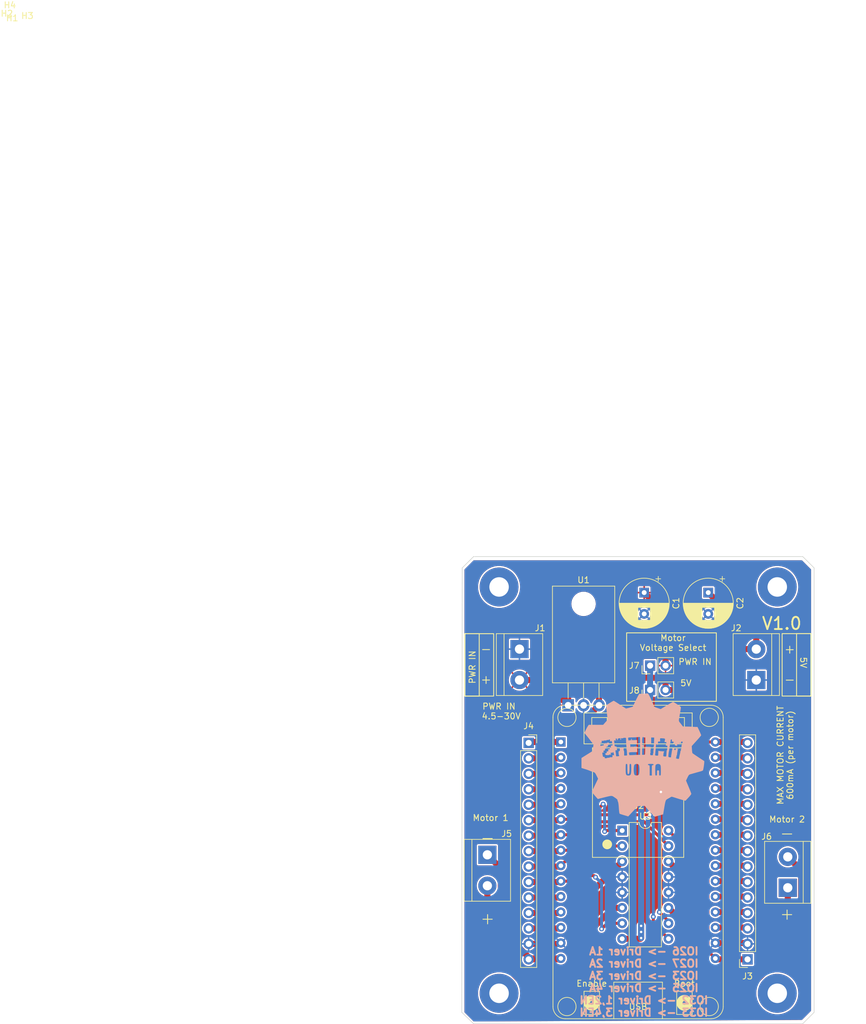
<source format=kicad_pcb>
(kicad_pcb (version 20211014) (generator pcbnew)
  (layers (0 "F.Cu" signal) (31 "B.Cu" signal) (34 "B.Paste" user) (35 "F.Paste" user) (36 "B.SilkS" user "B.Silkscreen") (37 "F.SilkS" user "F.Silkscreen") (38 "B.Mask" user) (39 "F.Mask" user) (44 "Edge.Cuts" user))
  (net 0 "")
  (net 1 "+12V")
  (net 2 "GND")
  (net 3 "+5V")
  (net 4 "+3V3")
  (net 5 "/right_con_3")
  (net 6 "/right_con_4")
  (net 7 "/right_con_5")
  (net 8 "/right_con_6")
  (net 9 "/right_con_7")
  (net 10 "/right_con_8")
  (net 11 "/right_con_9")
  (net 12 "/right_con_10")
  (net 13 "/right_con_11")
  (net 14 "/right_con_12")
  (net 15 "/right_con_13")
  (net 16 "/right_con_14")
  (net 17 "/left_con_1")
  (net 18 "/left_con_2")
  (net 19 "/left_con_3")
  (net 20 "/left_con_4")
  (net 21 "/left_con_5")
  (net 22 "/left_con_11")
  (net 23 "/left_con_12")
  (net 24 "/left_con_13")
  (net 25 "Net-(J5-Pad1)")
  (net 26 "Net-(J5-Pad2)")
  (net 27 "Net-(J6-Pad1)")
  (net 28 "/driver_supply")
  (net 29 "/driver_3a")
  (net 30 "/driver_en12")
  (net 31 "/driver_en34")
  (net 32 "/driver_4a")
  (net 33 "/driver_1a")
  (net 34 "/driver_2a")
  (net 35 "Net-(U3-Pad11)")
  (footprint "esp32-board:esp32_devkit_v1_doit" (layer "F.Cu") (at 151.3625 103.465)
    (fp_text reference "U2" (at 0 10.47) (layer "F.SilkS"))
    (fp_text value "ESP32_DevKit_V1_DOIT")
    (fp_text user "Boot" (at 7.62 39.68) (layer "F.SilkS"))
    (fp_text user "USB" (at 0 43.49) (layer "F.SilkS"))
    (fp_text user "Enable" (at -7.62 39.68) (layer "F.SilkS"))
    (pad "1" thru_hole rect (at -12.7 0) (size 1.524 1.524) (drill 0.762) (layers *.Cu *.Mask) (net 17 "/left_con_1"))
    (pad "2" thru_hole circle (at -12.7 2.54) (size 1.524 1.524) (drill 0.762) (layers *.Cu *.Mask) (net 18 "/left_con_2"))
    (pad "3" thru_hole circle (at -12.7 5.08) (size 1.524 1.524) (drill 0.762) (layers *.Cu *.Mask) (net 19 "/left_con_3"))
    (pad "4" thru_hole circle (at -12.7 7.62) (size 1.524 1.524) (drill 0.762) (layers *.Cu *.Mask) (net 20 "/left_con_4"))
    (pad "5" thru_hole circle (at -12.7 10.16) (size 1.524 1.524) (drill 0.762) (layers *.Cu *.Mask) (net 21 "/left_con_5"))
    (pad "6" thru_hole circle (at -12.7 12.7) (size 1.524 1.524) (drill 0.762) (layers *.Cu *.Mask) (net 30 "/driver_en12"))
    (pad "7" thru_hole circle (at -12.7 15.24) (size 1.524 1.524) (drill 0.762) (layers *.Cu *.Mask) (net 31 "/driver_en34"))
    (pad "8" thru_hole circle (at -12.7 17.78) (size 1.524 1.524) (drill 0.762) (layers *.Cu *.Mask) (net 32 "/driver_4a"))
    (pad "9" thru_hole circle (at -12.7 20.32) (size 1.524 1.524) (drill 0.762) (layers *.Cu *.Mask) (net 33 "/driver_1a"))
    (pad "10" thru_hole circle (at -12.7 22.86) (size 1.524 1.524) (drill 0.762) (layers *.Cu *.Mask) (net 34 "/driver_2a"))
    (pad "11" thru_hole circle (at -12.7 25.4) (size 1.524 1.524) (drill 0.762) (layers *.Cu *.Mask) (net 22 "/left_con_11"))
    (pad "12" thru_hole circle (at -12.7 27.94) (size 1.524 1.524) (drill 0.762) (layers *.Cu *.Mask) (net 23 "/left_con_12"))
    (pad "13" thru_hole circle (at -12.7 30.48) (size 1.524 1.524) (drill 0.762) (layers *.Cu *.Mask) (net 24 "/left_con_13"))
    (pad "14" thru_hole circle (at -12.7 33.02) (size 1.524 1.524) (drill 0.762) (layers *.Cu *.Mask) (net 2 "GND"))
    (pad "15" thru_hole circle (at -12.7 35.56) (size 1.524 1.524) (drill 0.762) (layers *.Cu *.Mask) (net 3 "+5V"))
    (pad "16" thru_hole circle (at 12.7 35.56) (size 1.524 1.524) (drill 0.762) (layers *.Cu *.Mask) (net 4 "+3V3"))
    (pad "17" thru_hole circle (at 12.7 33.02) (size 1.524 1.524) (drill 0.762) (layers *.Cu *.Mask) (net 2 "GND"))
    (pad "18" thru_hole circle (at 12.7 30.48) (size 1.524 1.524) (drill 0.762) (layers *.Cu *.Mask) (net 5 "/right_con_3"))
    (pad "19" thru_hole circle (at 12.7 27.94) (size 1.524 1.524) (drill 0.762) (layers *.Cu *.Mask) (net 6 "/right_con_4"))
    (pad "20" thru_hole circle (at 12.7 25.4) (size 1.524 1.524) (drill 0.762) (layers *.Cu *.Mask) (net 7 "/right_con_5"))
    (pad "21" thru_hole circle (at 12.7 22.86) (size 1.524 1.524) (drill 0.762) (layers *.Cu *.Mask) (net 8 "/right_con_6"))
    (pad "22" thru_hole circle (at 12.7 20.32) (size 1.524 1.524) (drill 0.762) (layers *.Cu *.Mask) (net 9 "/right_con_7"))
    (pad "23" thru_hole circle (at 12.7 17.78) (size 1.524 1.524) (drill 0.762) (layers *.Cu *.Mask) (net 10 "/right_con_8"))
    (pad "24" thru_hole circle (at 12.7 15.24) (size 1.524 1.524) (drill 0.762) (layers *.Cu *.Mask) (net 11 "/right_con_9"))
    (pad "25" thru_hole circle (at 12.7 12.7) (size 1.524 1.524) (drill 0.762) (layers *.Cu *.Mask) (net 12 "/right_con_10"))
    (pad "26" thru_hole circle (at 12.7 10.16) (size 1.524 1.524) (drill 0.762) (layers *.Cu *.Mask) (net 13 "/right_con_11"))
    (pad "27" thru_hole circle (at 12.7 7.62) (size 1.524 1.524) (drill 0.762) (layers *.Cu *.Mask) (net 14 "/right_con_12"))
    (pad "28" thru_hole circle (at 12.7 5.08) (size 1.524 1.524) (drill 0.762) (layers *.Cu *.Mask) (net 15 "/right_con_13"))
    (pad "29" thru_hole circle (at 12.7 2.54) (size 1.524 1.524) (drill 0.762) (layers *.Cu *.Mask) (net 16 "/right_con_14"))
    (pad "30" thru_hole circle (at 12.7 0) (size 1.524 1.524) (drill 0.762) (layers *.Cu *.Mask) (net 29 "/driver_3a"))
  )
  (footprint "Capacitor_THT:CP_Radial_D8.0mm_P3.50mm" (layer "F.Cu") (at 152.3625 78.925 -90)
    (fp_text reference "C1" (at 1.75 -5.25 90) (layer "F.SilkS"))
    (fp_text value "C_Polarized_US")
    (pad "1" thru_hole rect (at 0 0 270) (size 1.6 1.6) (drill 0.8) (layers *.Cu *.Mask) (net 1 "+12V"))
    (pad "2" thru_hole circle (at 3.5 0 270) (size 1.6 1.6) (drill 0.8) (layers *.Cu *.Mask) (net 2 "GND"))
  )
  (footprint "MountingHole:MountingHole_3.2mm_M3_Pad" (layer "F.Cu") (at 174.25 144.75)
    (fp_text reference "H2" (at -126.7 -160.95) (layer "F.SilkS"))
    (fp_text value "MountingHole")
    (pad "1" thru_hole circle locked (at 0 0) (size 6.4 6.4) (drill 3.2) (layers *.Cu *.Mask))
  )
  (footprint "Connector_PinHeader_2.54mm:PinHeader_1x02_P2.54mm_Vertical" (layer "F.Cu") (at 153.3375 94.925 90)
    (fp_text reference "J8" (at -0.075 -2.5875 180) (layer "F.SilkS"))
    (fp_text value "Conn_01x02_Male")
    (pad "1" thru_hole rect (at 0 0 90) (size 1.7 1.7) (drill 1) (layers *.Cu *.Mask) (net 28 "/driver_supply"))
    (pad "2" thru_hole oval (at 0 2.54 90) (size 1.7 1.7) (drill 1) (layers *.Cu *.Mask) (net 3 "+5V"))
  )
  (footprint "esp32-board:terminal_block_5mm" (layer "F.Cu") (at 126.5755 122 -90)
    (fp_text reference "J5" (at -3.46 -3.1745) (layer "F.SilkS"))
    (fp_text value "Screw_Terminal_01x02")
    (pad "1" thru_hole rect (at 0 0 270) (size 3 3) (drill 1.52) (layers *.Cu *.Mask) (net 25 "Net-(J5-Pad1)"))
    (pad "2" thru_hole circle (at 5.08 0 270) (size 3 3) (drill 1.52) (layers *.Cu *.Mask) (net 26 "Net-(J5-Pad2)"))
  )
  (footprint "esp32-board:terminal_block_5mm" (layer "F.Cu") (at 170.8 93.29 90)
    (fp_text reference "J2" (at 8.54 -3.3 180) (layer "F.SilkS"))
    (fp_text value "Screw_Terminal_01x02")
    (pad "1" thru_hole rect (at 0 0 90) (size 3 3) (drill 1.52) (layers *.Cu *.Mask) (net 2 "GND"))
    (pad "2" thru_hole circle (at 5.08 0 90) (size 3 3) (drill 1.52) (layers *.Cu *.Mask) (net 3 "+5V"))
  )
  (footprint "MountingHole:MountingHole_3.2mm_M3_Pad" (layer "F.Cu") (at 128.5 78)
    (fp_text reference "H3" (at -77.575 -93.825) (layer "F.SilkS"))
    (fp_text value "MountingHole")
    (pad "1" thru_hole circle locked (at 0 0) (size 6.4 6.4) (drill 3.2) (layers *.Cu *.Mask))
  )
  (footprint "Connector_PinSocket_2.54mm:PinSocket_1x15_P2.54mm_Vertical" (layer "F.Cu") (at 133.3625 103.615)
    (fp_text reference "J4" (at 0 -2.77) (layer "F.SilkS"))
    (fp_text value "Conn_01x15_Female")
    (pad "1" thru_hole rect (at 0 0) (size 1.7 1.7) (drill 1) (layers *.Cu *.Mask) (net 17 "/left_con_1"))
    (pad "2" thru_hole oval (at 0 2.54) (size 1.7 1.7) (drill 1) (layers *.Cu *.Mask) (net 18 "/left_con_2"))
    (pad "3" thru_hole oval (at 0 5.08) (size 1.7 1.7) (drill 1) (layers *.Cu *.Mask) (net 19 "/left_con_3"))
    (pad "4" thru_hole oval (at 0 7.62) (size 1.7 1.7) (drill 1) (layers *.Cu *.Mask) (net 20 "/left_con_4"))
    (pad "5" thru_hole oval (at 0 10.16) (size 1.7 1.7) (drill 1) (layers *.Cu *.Mask) (net 21 "/left_con_5"))
    (pad "6" thru_hole oval (at 0 12.7) (size 1.7 1.7) (drill 1) (layers *.Cu *.Mask) (net 30 "/driver_en12"))
    (pad "7" thru_hole oval (at 0 15.24) (size 1.7 1.7) (drill 1) (layers *.Cu *.Mask) (net 31 "/driver_en34"))
    (pad "8" thru_hole oval (at 0 17.78) (size 1.7 1.7) (drill 1) (layers *.Cu *.Mask) (net 32 "/driver_4a"))
    (pad "9" thru_hole oval (at 0 20.32) (size 1.7 1.7) (drill 1) (layers *.Cu *.Mask) (net 33 "/driver_1a"))
    (pad "10" thru_hole oval (at 0 22.86) (size 1.7 1.7) (drill 1) (layers *.Cu *.Mask) (net 34 "/driver_2a"))
    (pad "11" thru_hole oval (at 0 25.4) (size 1.7 1.7) (drill 1) (layers *.Cu *.Mask) (net 22 "/left_con_11"))
    (pad "12" thru_hole oval (at 0 27.94) (size 1.7 1.7) (drill 1) (layers *.Cu *.Mask) (net 23 "/left_con_12"))
    (pad "13" thru_hole oval (at 0 30.48) (size 1.7 1.7) (drill 1) (layers *.Cu *.Mask) (net 24 "/left_con_13"))
    (pad "14" thru_hole oval (at 0 33.02) (size 1.7 1.7) (drill 1) (layers *.Cu *.Mask) (net 2 "GND"))
    (pad "15" thru_hole oval (at 0 35.56) (size 1.7 1.7) (drill 1) (layers *.Cu *.Mask) (net 3 "+5V"))
  )
  (footprint "Package_TO_SOT_THT:TO-220-3_Horizontal_TabDown" (layer "F.Cu") (at 139.8575 97.44)
    (fp_text reference "U1" (at 2.54 -20.58) (layer "F.SilkS"))
    (fp_text value "LM7805_TO220")
    (pad "" np_thru_hole oval (at 2.54 -16.66) (size 3.5 3.5) (drill 3.5) (layers *.Cu *.Mask))
    (pad "1" thru_hole rect (at 0 0) (size 1.905 2) (drill 1.1) (layers *.Cu *.Mask) (net 1 "+12V"))
    (pad "2" thru_hole oval (at 2.54 0) (size 1.905 2) (drill 1.1) (layers *.Cu *.Mask) (net 2 "GND"))
    (pad "3" thru_hole oval (at 5.08 0) (size 1.905 2) (drill 1.1) (layers *.Cu *.Mask) (net 3 "+5V"))
  )
  (footprint "Package_DIP:DIP-16_W7.62mm" (layer "F.Cu") (at 148.7425 118.015)
    (fp_text reference "U3" (at 3.81 -2.33) (layer "F.SilkS"))
    (fp_text value "L293D")
    (pad "1" thru_hole rect (at 0 0) (size 1.6 1.6) (drill 0.8) (layers *.Cu *.Mask) (net 30 "/driver_en12"))
    (pad "2" thru_hole oval (at 0 2.54) (size 1.6 1.6) (drill 0.8) (layers *.Cu *.Mask) (net 33 "/driver_1a"))
    (pad "3" thru_hole oval (at 0 5.08) (size 1.6 1.6) (drill 0.8) (layers *.Cu *.Mask) (net 25 "Net-(J5-Pad1)"))
    (pad "4" thru_hole oval (at 0 7.62) (size 1.6 1.6) (drill 0.8) (layers *.Cu *.Mask) (net 2 "GND"))
    (pad "5" thru_hole oval (at 0 10.16) (size 1.6 1.6) (drill 0.8) (layers *.Cu *.Mask) (net 2 "GND"))
    (pad "6" thru_hole oval (at 0 12.7) (size 1.6 1.6) (drill 0.8) (layers *.Cu *.Mask) (net 26 "Net-(J5-Pad2)"))
    (pad "7" thru_hole oval (at 0 15.24) (size 1.6 1.6) (drill 0.8) (layers *.Cu *.Mask) (net 34 "/driver_2a"))
    (pad "8" thru_hole oval (at 0 17.78) (size 1.6 1.6) (drill 0.8) (layers *.Cu *.Mask) (net 28 "/driver_supply"))
    (pad "9" thru_hole oval (at 7.62 17.78) (size 1.6 1.6) (drill 0.8) (layers *.Cu *.Mask) (net 31 "/driver_en34"))
    (pad "10" thru_hole oval (at 7.62 15.24) (size 1.6 1.6) (drill 0.8) (layers *.Cu *.Mask) (net 29 "/driver_3a"))
    (pad "11" thru_hole oval (at 7.62 12.7) (size 1.6 1.6) (drill 0.8) (layers *.Cu *.Mask) (net 35 "Net-(U3-Pad11)"))
    (pad "12" thru_hole oval (at 7.62 10.16) (size 1.6 1.6) (drill 0.8) (layers *.Cu *.Mask) (net 2 "GND"))
    (pad "13" thru_hole oval (at 7.62 7.62) (size 1.6 1.6) (drill 0.8) (layers *.Cu *.Mask) (net 2 "GND"))
    (pad "14" thru_hole oval (at 7.62 5.08) (size 1.6 1.6) (drill 0.8) (layers *.Cu *.Mask) (net 27 "Net-(J6-Pad1)"))
    (pad "15" thru_hole oval (at 7.62 2.54) (size 1.6 1.6) (drill 0.8) (layers *.Cu *.Mask) (net 32 "/driver_4a"))
    (pad "16" thru_hole oval (at 7.62 0) (size 1.6 1.6) (drill 0.8) (layers *.Cu *.Mask) (net 4 "+3V3"))
  )
  (footprint "Connector_PinSocket_2.54mm:PinSocket_1x15_P2.54mm_Vertical" (layer "F.Cu") (at 169.3625 139.175 180)
    (fp_text reference "J3" (at 0 -2.77 180) (layer "F.SilkS"))
    (fp_text value "Conn_01x15_Female")
    (pad "1" thru_hole rect (at 0 0 180) (size 1.7 1.7) (drill 1) (layers *.Cu *.Mask) (net 4 "+3V3"))
    (pad "2" thru_hole oval (at 0 2.54 180) (size 1.7 1.7) (drill 1) (layers *.Cu *.Mask) (net 2 "GND"))
    (pad "3" thru_hole oval (at 0 5.08 180) (size 1.7 1.7) (drill 1) (layers *.Cu *.Mask) (net 5 "/right_con_3"))
    (pad "4" thru_hole oval (at 0 7.62 180) (size 1.7 1.7) (drill 1) (layers *.Cu *.Mask) (net 6 "/right_con_4"))
    (pad "5" thru_hole oval (at 0 10.16 180) (size 1.7 1.7) (drill 1) (layers *.Cu *.Mask) (net 7 "/right_con_5"))
    (pad "6" thru_hole oval (at 0 12.7 180) (size 1.7 1.7) (drill 1) (layers *.Cu *.Mask) (net 8 "/right_con_6"))
    (pad "7" thru_hole oval (at 0 15.24 180) (size 1.7 1.7) (drill 1) (layers *.Cu *.Mask) (net 9 "/right_con_7"))
    (pad "8" thru_hole oval (at 0 17.78 180) (size 1.7 1.7) (drill 1) (layers *.Cu *.Mask) (net 10 "/right_con_8"))
    (pad "9" thru_hole oval (at 0 20.32 180) (size 1.7 1.7) (drill 1) (layers *.Cu *.Mask) (net 11 "/right_con_9"))
    (pad "10" thru_hole oval (at 0 22.86 180) (size 1.7 1.7) (drill 1) (layers *.Cu *.Mask) (net 12 "/right_con_10"))
    (pad "11" thru_hole oval (at 0 25.4 180) (size 1.7 1.7) (drill 1) (layers *.Cu *.Mask) (net 13 "/right_con_11"))
    (pad "12" thru_hole oval (at 0 27.94 180) (size 1.7 1.7) (drill 1) (layers *.Cu *.Mask) (net 14 "/right_con_12"))
    (pad "13" thru_hole oval (at 0 30.48 180) (size 1.7 1.7) (drill 1) (layers *.Cu *.Mask) (net 15 "/right_con_13"))
    (pad "14" thru_hole oval (at 0 33.02 180) (size 1.7 1.7) (drill 1) (layers *.Cu *.Mask) (net 16 "/right_con_14"))
    (pad "15" thru_hole oval (at 0 35.56 180) (size 1.7 1.7) (drill 1) (layers *.Cu *.Mask) (net 29 "/driver_3a"))
  )
  (footprint "MountingHole:MountingHole_3.2mm_M3_Pad" (layer "F.Cu") (at 128.5 144.75)
    (fp_text reference "H1" (at -80.075 -160.2) (layer "F.SilkS"))
    (fp_text value "MountingHole")
    (pad "1" thru_hole circle locked (at 0 0) (size 6.4 6.4) (drill 3.2) (layers *.Cu *.Mask))
  )
  (footprint "esp32-board:terminal_block_5mm" (layer "F.Cu") (at 131.8575 88.21 -90)
    (fp_text reference "J1" (at -3.46 -3.3925) (layer "F.SilkS"))
    (fp_text value "Screw_Terminal_01x02")
    (pad "1" thru_hole rect (at 0 0 270) (size 3 3) (drill 1.52) (layers *.Cu *.Mask) (net 2 "GND"))
    (pad "2" thru_hole circle (at 5.08 0 270) (size 3 3) (drill 1.52) (layers *.Cu *.Mask) (net 1 "+12V"))
  )
  (footprint "esp32-board:terminal_block_5mm" (layer "F.Cu") (at 175.9785 127.416 90)
    (fp_text reference "J6" (at 8.416 -3.4785 180) (layer "F.SilkS"))
    (fp_text value "Screw_Terminal_01x02")
    (pad "1" thru_hole rect (at 0 0 90) (size 3 3) (drill 1.52) (layers *.Cu *.Mask) (net 27 "Net-(J6-Pad1)"))
    (pad "2" thru_hole circle (at 5.08 0 90) (size 3 3) (drill 1.52) (layers *.Cu *.Mask) (net 35 "Net-(U3-Pad11)"))
  )
  (footprint "Capacitor_THT:CP_Radial_D8.0mm_P3.50mm" (layer "F.Cu") (at 162.8975 78.925 -90)
    (fp_text reference "C2" (at 1.75 -5.25 90) (layer "F.SilkS"))
    (fp_text value "C_Polarized_US")
    (pad "1" thru_hole rect (at 0 0 270) (size 1.6 1.6) (drill 0.8) (layers *.Cu *.Mask) (net 3 "+5V"))
    (pad "2" thru_hole circle (at 3.5 0 270) (size 1.6 1.6) (drill 0.8) (layers *.Cu *.Mask) (net 2 "GND"))
  )
  (footprint "MountingHole:MountingHole_3.2mm_M3_Pad" (layer "F.Cu") (at 174.25 78)
    (fp_text reference "H4" (at -126.2 -95.575) (layer "F.SilkS"))
    (fp_text value "MountingHole")
    (pad "1" thru_hole circle locked (at 0 0) (size 6.4 6.4) (drill 3.2) (layers *.Cu *.Mask))
  )
  (footprint "Connector_PinHeader_2.54mm:PinHeader_1x02_P2.54mm_Vertical" (layer "F.Cu") (at 153.3375 90.925 90)
    (fp_text reference "J7" (at 0 -2.609 180) (layer "F.SilkS"))
    (fp_text value "Conn_01x02_Male")
    (pad "1" thru_hole rect (at 0 0 90) (size 1.7 1.7) (drill 1) (layers *.Cu *.Mask) (net 28 "/driver_supply"))
    (pad "2" thru_hole oval (at 0 2.54 90) (size 1.7 1.7) (drill 1) (layers *.Cu *.Mask) (net 1 "+12V"))
  )
  (footprint "makers_logo:makers_logo" (layer "B.Cu") (at 152.3625 106.425 180)
    (fp_text reference "S1" (at 1.545499 -5.045 unlocked) (layer "B.SilkS") (effects (justify mirror)))
    (fp_text value "makers_logo")
  )
  (gr_rect (start 127.6125 85.675) (end 122.8625 95.925) (layer "F.SilkS") (width 0.15) (fill none))
  (gr_rect (start 149.4785 85.538) (end 164.2285 96.788) (layer "F.SilkS") (width 0.15) (fill none))
  (gr_rect (start 122.8625 95.925) (end 125.2375 85.675) (layer "F.SilkS") (width 0.15) (fill none))
  (gr_rect (start 179.8 85.67) (end 177.425 95.92) (layer "F.SilkS") (width 0.15) (fill none))
  (gr_rect (start 175.05 95.92) (end 179.8 85.67) (layer "F.SilkS") (width 0.15) (fill none))
  (gr_line (start 178.4375 73) (end 180.3125 74.875) (layer "Edge.Cuts") (width 0.1))
  (gr_line (start 122.4375 74.875) (end 122.3625 147.875) (layer "Edge.Cuts") (width 0.1))
  (gr_line (start 124.3125 149.75) (end 122.3625 147.875) (layer "Edge.Cuts") (width 0.1))
  (gr_line (start 180.3125 147.875) (end 180.3125 74.875) (layer "Edge.Cuts") (width 0.1))
  (gr_line (start 178.4375 73) (end 124.3128 73) (layer "Edge.Cuts") (width 0.1))
  (gr_line (start 124.3128 73) (end 122.4375 74.875) (layer "Edge.Cuts") (width 0.1))
  (gr_line (start 180.3125 147.875) (end 178.4375 149.75) (layer "Edge.Cuts") (width 0.1))
  (gr_line (start 124.3125 149.75) (end 178.4375 149.75) (layer "Edge.Cuts") (width 0.1))
  (gr_text "IO26 -> Driver 1A\nIO27 -> Driver 2A\nIO23 -> Driver 3A\nIO25 -> Driver 4A\nIO32 -> Driver 1,2EN\nIO33 -> Driver 3,4EN" (at 152.3125 142.875) (layer "B.SilkS") (effects (font (size 1.25 1.25) (thickness 0.3)) (justify mirror)))
  (gr_text "5V" (at 178.55 90.42 270) (layer "F.SilkS") (effects (font (size 1 1))))
  (gr_text "5V" (at 159.2285 93.788) (layer "F.SilkS") (effects (font (size 1 1))))
  (gr_text "-" (at 126.3625 88.175) (layer "F.SilkS") (effects (font (size 1.5 1.5))))
  (gr_text "+" (at 126.3625 93.175) (layer "F.SilkS") (effects (font (size 1.5 1.5))))
  (gr_text "+" (at 126.6125 132.425) (layer "F.SilkS") (effects (font (size 2 2))))
  (gr_text "-" (at 126.6125 119.175) (layer "F.SilkS") (effects (font (size 2 2))))
  (gr_text "+" (at 176.3 88.42 180) (layer "F.SilkS") (effects (font (size 1.5 1.5))))
  (gr_text "PWR IN" (at 160.7285 90.288) (layer "F.SilkS") (effects (font (size 1 1))))
  (gr_text "-" (at 175.8625 118.425) (layer "F.SilkS") (effects (font (size 2 2))))
  (gr_text "Motor 2" (at 175.8625 116.175) (layer "F.SilkS") (effects (font (size 1 1))))
  (gr_text "PWR IN \n4.5-30V" (at 128.8625 98.425) (layer "F.SilkS") (effects (font (size 1 1))))
  (gr_text "Motor 1" (at 127.1125 115.925) (layer "F.SilkS") (effects (font (size 1 1))))
  (gr_text "PWR IN\n" (at 124.1125 91.175 90) (layer "F.SilkS") (effects (font (size 1 1))))
  (gr_text "Motor\nVoltage Select\n" (at 157.1125 87.175) (layer "F.SilkS") (effects (font (size 1 1))))
  (gr_text "V1.0" (at 175 84) (layer "F.SilkS") (effects (font (size 2 2) (thickness 0.3))))
  (gr_text "-" (at 176.3 93.42 180) (layer "F.SilkS") (effects (font (size 1.5 1.5))))
  (gr_text "MAX MOTOR CURRENT\n600mA (per motor)" (at 175.5625 105.625 90) (layer "F.SilkS") (effects (font (size 1 1))))
  (gr_text "+" (at 175.8625 131.675) (layer "F.SilkS") (effects (font (size 2 2))))
  (segment (start 155.8775 82.44) (end 152.3625 78.925) (width 1) (layer "F.Cu") (net 1))
  (segment (start 145.6125 86.925) (end 139.8575 92.68) (width 1) (layer "F.Cu") (net 1))
  (segment (start 139.8575 92.68) (end 139.8575 97.44) (width 1) (layer "F.Cu") (net 1))
  (segment (start 135.7075 93.29) (end 139.8575 97.44) (width 1) (layer "F.Cu") (net 1))
  (segment (start 155.8775 90.925) (end 155.8775 89.722919) (width 1) (layer "F.Cu") (net 1))
  (segment (start 153.079581 86.925) (end 145.6125 86.925) (width 1) (layer "F.Cu") (net 1))
  (segment (start 131.8575 93.29) (end 135.7075 93.29) (width 1) (layer "F.Cu") (net 1))
  (segment (start 155.8775 90.925) (end 155.8775 82.44) (width 1) (layer "F.Cu") (net 1))
  (segment (start 155.8775 89.722919) (end 153.079581 86.925) (width 1) (layer "F.Cu") (net 1))
  (segment (start 133.3625 136.635) (end 138.5125 136.635) (width 1) (layer "F.Cu") (net 2))
  (segment (start 169.2125 136.485) (end 169.3625 136.635) (width 1) (layer "F.Cu") (net 2))
  (segment (start 138.5125 136.635) (end 138.6625 136.485) (width 1) (layer "F.Cu") (net 2))
  (segment (start 164.0625 136.485) (end 169.2125 136.485) (width 1) (layer "F.Cu") (net 2))
  (segment (start 144.9375 94.6) (end 146.6125 92.925) (width 1) (layer "F.Cu") (net 3))
  (segment (start 144.9375 97.44) (end 144.9375 94.6) (width 1) (layer "F.Cu") (net 3))
  (segment (start 157.1125 94.925) (end 163.8275 88.21) (width 1) (layer "F.Cu") (net 3))
  (segment (start 142.9525 99.425) (end 132.6125 99.425) (width 1) (layer "F.Cu") (net 3))
  (segment (start 155.079581 92.925) (end 155.8775 93.722919) (width 1) (layer "F.Cu") (net 3))
  (segment (start 146.6125 92.925) (end 155.079581 92.925) (width 1) (layer "F.Cu") (net 3))
  (segment (start 155.8775 94.925) (end 157.1125 94.925) (width 1) (layer "F.Cu") (net 3))
  (segment (start 164.3975 80.425) (end 167.8625 80.425) (width 1) (layer "F.Cu") (net 3))
  (segment (start 132.6125 99.425) (end 130.8625 101.175) (width 1) (layer "F.Cu") (net 3))
  (segment (start 167.8625 80.425) (end 170.8 83.3625) (width 1) (layer "F.Cu") (net 3))
  (segment (start 162.8975 78.925) (end 164.3975 80.425) (width 1) (layer "F.Cu") (net 3))
  (segment (start 133.560468 139.025) (end 138.6625 139.025) (width 1) (layer "F.Cu") (net 3))
  (segment (start 170.8 83.3625) (end 170.8 88.21) (width 1) (layer "F.Cu") (net 3))
  (segment (start 138.5125 139.175) (end 138.6625 139.025) (width 1) (layer "F.Cu") (net 3))
  (segment (start 163.8275 88.21) (end 170.8 88.21) (width 1) (layer "F.Cu") (net 3))
  (segment (start 133.3625 139.175) (end 138.5125 139.175) (width 1) (layer "F.Cu") (net 3))
  (segment (start 130.8625 101.175) (end 130.8625 136.327032) (width 1) (layer "F.Cu") (net 3))
  (segment (start 144.9375 97.44) (end 142.9525 99.425) (width 1) (layer "F.Cu") (net 3))
  (segment (start 155.8775 93.722919) (end 155.8775 94.925) (width 1) (layer "F.Cu") (net 3))
  (segment (start 130.8625 136.327032) (end 133.560468 139.025) (width 1) (layer "F.Cu") (net 3))
  (segment (start 162.8505 124.503) (end 162.8505 137.813) (width 0.5) (layer "F.Cu") (net 4))
  (segment (start 162.8505 137.813) (end 164.0625 139.025) (width 0.5) (layer "F.Cu") (net 4))
  (segment (start 164.2125 139.175) (end 164.0625 139.025) (width 1) (layer "F.Cu") (net 4))
  (segment (start 169.3625 139.175) (end 164.2125 139.175) (width 1) (layer "F.Cu") (net 4))
  (segment (start 156.3625 118.015) (end 162.8505 124.503) (width 0.5) (layer "F.Cu") (net 4))
  (segment (start 169.2125 133.945) (end 169.3625 134.095) (width 1) (layer "F.Cu") (net 5))
  (segment (start 164.0625 133.945) (end 169.2125 133.945) (width 1) (layer "F.Cu") (net 5))
  (segment (start 169.2125 131.405) (end 169.3625 131.555) (width 1) (layer "F.Cu") (net 6))
  (segment (start 164.0625 131.405) (end 169.2125 131.405) (width 1) (layer "F.Cu") (net 6))
  (segment (start 164.0625 128.865) (end 169.2125 128.865) (width 1) (layer "F.Cu") (net 7))
  (segment (start 169.2125 128.865) (end 169.3625 129.015) (width 1) (layer "F.Cu") (net 7))
  (segment (start 169.2125 126.325) (end 169.3625 126.475) (width 1) (layer "F.Cu") (net 8))
  (segment (start 164.0625 126.325) (end 169.2125 126.325) (width 1) (layer "F.Cu") (net 8))
  (segment (start 164.0625 123.785) (end 169.2125 123.785) (width 1) (layer "F.Cu") (net 9))
  (segment (start 169.2125 123.785) (end 169.3625 123.935) (width 1) (layer "F.Cu") (net 9))
  (segment (start 164.0625 121.245) (end 169.2125 121.245) (width 1) (layer "F.Cu") (net 10))
  (segment (start 169.2125 121.245) (end 169.3625 121.395) (width 1) (layer "F.Cu") (net 10))
  (segment (start 169.2125 118.705) (end 169.3625 118.855) (width 1) (layer "F.Cu") (net 11))
  (segment (start 164.0625 118.705) (end 169.2125 118.705) (width 1) (layer "F.Cu") (net 11))
  (segment (start 169.2125 116.165) (end 169.3625 116.315) (width 1) (layer "F.Cu") (net 12))
  (segment (start 164.0625 116.165) (end 169.2125 116.165) (width 1) (layer "F.Cu") (net 12))
  (segment (start 169.2125 113.625) (end 169.3625 113.775) (width 1) (layer "F.Cu") (net 13))
  (segment (start 164.0625 113.625) (end 169.2125 113.625) (width 1) (layer "F.Cu") (net 13))
  (segment (start 164.0625 111.085) (end 169.2125 111.085) (width 1) (layer "F.Cu") (net 14))
  (segment (start 169.2125 111.085) (end 169.3625 111.235) (width 1) (layer "F.Cu") (net 14))
  (segment (start 169.2125 108.545) (end 169.3625 108.695) (width 1) (layer "F.Cu") (net 15))
  (segment (start 164.0625 108.545) (end 169.2125 108.545) (width 1) (layer "F.Cu") (net 15))
  (segment (start 169.2125 106.005) (end 169.3625 106.155) (width 1) (layer "F.Cu") (net 16))
  (segment (start 164.0625 106.005) (end 169.2125 106.005) (width 1) (layer "F.Cu") (net 16))
  (segment (start 138.6625 103.465) (end 133.5125 103.465) (width 1) (layer "F.Cu") (net 17))
  (segment (start 133.5125 103.465) (end 133.3625 103.615) (width 1) (layer "F.Cu") (net 17))
  (segment (start 133.3625 106.155) (end 138.5125 106.155) (width 1) (layer "F.Cu") (net 18))
  (segment (start 138.5125 106.155) (end 138.6625 106.005) (width 1) (layer "F.Cu") (net 18))
  (segment (start 138.5125 108.695) (end 138.6625 108.545) (width 1) (layer "F.Cu") (net 19))
  (segment (start 133.3625 108.695) (end 138.5125 108.695) (width 1) (layer "F.Cu") (net 19))
  (segment (start 133.3625 111.235) (end 138.5125 111.235) (width 1) (layer "F.Cu") (net 20))
  (segment (start 138.5125 111.235) (end 138.6625 111.085) (width 1) (layer "F.Cu") (net 20))
  (segment (start 133.3625 113.775) (end 138.5125 113.775) (width 1) (layer "F.Cu") (net 21))
  (segment (start 138.5125 113.775) (end 138.6625 113.625) (width 1) (layer "F.Cu") (net 21))
  (segment (start 133.3625 129.015) (end 138.5125 129.015) (width 1) (layer "F.Cu") (net 22))
  (segment (start 138.5125 129.015) (end 138.6625 128.865) (width 1) (layer "F.Cu") (net 22))
  (segment (start 138.5125 131.555) (end 138.6625 131.405) (width 1) (layer "F.Cu") (net 23))
  (segment (start 133.3625 131.555) (end 138.5125 131.555) (width 1) (layer "F.Cu") (net 23))
  (segment (start 138.5125 134.095) (end 138.6625 133.945) (width 1) (layer "F.Cu") (net 24))
  (segment (start 133.3625 134.095) (end 138.5125 134.095) (width 1) (layer "F.Cu") (net 24))
  (segment (start 128.7755 126.7755) (end 128.7755 125.41) (width 1) (layer "F.Cu") (net 25))
  (segment (start 138.8625 142.675) (end 133.636783 142.675) (width 1) (layer "F.Cu") (net 25))
  (segment (start 128.7755 126.7755) (end 128.7755 124.2) (width 1) (layer "F.Cu") (net 25))
  (segment (start 148.7425 123.095) (end 141.1125 130.725) (width 1) (layer "F.Cu") (net 25))
  (segment (start 128.7755 137.813717) (end 128.7755 126.7755) (width 1) (layer "F.Cu") (net 25))
  (segment (start 128.7755 124.2) (end 126.5755 122) (width 1) (layer "F.Cu") (net 25))
  (segment (start 141.1125 130.725) (end 141.1125 140.425) (width 1) (layer "F.Cu") (net 25))
  (segment (start 133.636783 142.675) (end 128.7755 137.813717) (width 1) (layer "F.Cu") (net 25))
  (segment (start 141.1125 140.425) (end 138.8625 142.675) (width 1) (layer "F.Cu") (net 25))
  (segment (start 133.139934 143.874501) (end 126.5755 137.310067) (width 1) (layer "F.Cu") (net 26))
  (segment (start 139.359349 143.874501) (end 133.139934 143.874501) (width 1) (layer "F.Cu") (net 26))
  (segment (start 142.312001 140.921849) (end 139.359349 143.874501) (width 1) (layer "F.Cu") (net 26))
  (segment (start 147.267572 130.715) (end 142.312001 135.670571) (width 1) (layer "F.Cu") (net 26))
  (segment (start 148.7425 130.715) (end 147.267572 130.715) (width 1) (layer "F.Cu") (net 26))
  (segment (start 126.5755 137.310067) (end 126.5755 127.08) (width 1) (layer "F.Cu") (net 26))
  (segment (start 142.312001 135.670571) (end 142.312001 140.921849) (width 1) (layer "F.Cu") (net 26))
  (segment (start 168.962501 142.675) (end 175.9785 135.659) (width 1) (layer "F.Cu") (net 27))
  (segment (start 156.3625 123.095) (end 161.8625 128.595) (width 1) (layer "F.Cu") (net 27))
  (segment (start 175.9785 135.659) (end 174.677705 136.959795) (width 1) (layer "F.Cu") (net 27))
  (segment (start 164.1125 142.675) (end 168.962501 142.675) (width 1) (layer "F.Cu") (net 27))
  (segment (start 161.8625 140.425) (end 164.1125 142.675) (width 1) (layer "F.Cu") (net 27))
  (segment (start 161.8625 128.595) (end 161.8625 140.425) (width 1) (layer "F.Cu") (net 27))
  (segment (start 175.9785 135.659) (end 175.9785 127.416) (width 1) (layer "F.Cu") (net 27))
  (segment (start 151.7425 135.795) (end 151.8625 135.675) (width 1) (layer "F.Cu") (net 28))
  (segment (start 151.8625 133.675) (end 151.8625 135.675) (width 1) (layer "F.Cu") (net 28))
  (segment (start 148.7425 135.795) (end 151.7425 135.795) (width 1) (layer "F.Cu") (net 28))
  (via (at 151.8625 135.675) (size 0.8) (drill 0.4) (layers "F.Cu" "B.Cu") (net 28))
  (via (at 151.8625 134.675) (size 0.8) (drill 0.4) (layers "F.Cu" "B.Cu") (net 28))
  (via (at 151.8625 133.675) (size 0.8) (drill 0.4) (layers "F.Cu" "B.Cu") (net 28))
  (segment (start 153.3375 90.925) (end 153.3375 99.95) (width 1) (layer "B.Cu") (net 28))
  (segment (start 153.3375 99.95) (end 151.8625 101.425) (width 1) (layer "B.Cu") (net 28))
  (segment (start 151.8625 134.675) (end 151.8625 135.675) (width 1) (layer "B.Cu") (net 28))
  (segment (start 151.8625 101.425) (end 151.8625 133.675) (width 1) (layer "B.Cu") (net 28))
  (segment (start 151.8625 133.675) (end 151.8625 134.675) (width 1) (layer "B.Cu") (net 28))
  (segment (start 164.0625 103.465) (end 169.2125 103.465) (width 1) (layer "F.Cu") (net 29))
  (segment (start 169.2125 103.465) (end 169.3625 103.615) (width 1) (layer "F.Cu") (net 29))
  (segment (start 155 111.5625) (end 155.1125 111.675) (width 0.5) (layer "F.Cu") (net 29))
  (segment (start 156.3625 133.255) (end 156.3625 132.925) (width 0.5) (layer "F.Cu") (net 29))
  (segment (start 160.535 103.465) (end 155 109) (width 0.5) (layer "F.Cu") (net 29))
  (segment (start 164.0625 103.465) (end 160.535 103.465) (width 0.5) (layer "F.Cu") (net 29))
  (segment (start 156.3625 132.925) (end 154.8625 131.425) (width 0.5) (layer "F.Cu") (net 29))
  (segment (start 155 109) (end 155 111.5625) (width 0.5) (layer "F.Cu") (net 29))
  (via (at 154.8625 131.425) (size 0.8) (drill 0.4) (layers "F.Cu" "B.Cu") (net 29))
  (via (at 155.1125 111.675) (size 0.8) (drill 0.4) (layers "F.Cu" "B.Cu") (net 29))
  (segment (start 154.8625 131.425) (end 154.8625 111.925) (width 0.5) (layer "B.Cu") (net 29))
  (segment (start 154.8625 111.925) (end 155.1125 111.675) (width 0.5) (layer "B.Cu") (net 29))
  (segment (start 133.3625 116.315) (end 138.5125 116.315) (width 1) (layer "F.Cu") (net 30))
  (segment (start 148.7425 118.015) (end 146.0225 118.015) (width 0.5) (layer "F.Cu") (net 30))
  (segment (start 143.1225 116.165) (end 138.6625 116.165) (width 0.5) (layer "F.Cu") (net 30))
  (segment (start 146.0225 118.015) (end 145.8625 118.175) (width 0.5) (layer "F.Cu") (net 30))
  (segment (start 138.5125 116.315) (end 138.6625 116.165) (width 1) (layer "F.Cu") (net 30))
  (segment (start 145.6125 113.675) (end 143.1225 116.165) (width 0.5) (layer "F.Cu") (net 30))
  (via (at 145.6125 113.675) (size 0.8) (drill 0.4) (layers "F.Cu" "B.Cu") (net 30))
  (via (at 145.8625 118.175) (size 0.8) (drill 0.4) (layers "F.Cu" "B.Cu") (net 30))
  (segment (start 145.8625 113.925) (end 145.6125 113.675) (width 0.5) (layer "B.Cu") (net 30))
  (segment (start 145.8625 118.175) (end 145.8625 113.925) (width 0.5) (layer "B.Cu") (net 30))
  (segment (start 153.3625 115.425) (end 144.851744 115.425) (width 0.5) (layer "F.Cu") (net 31))
  (segment (start 133.3625 118.855) (end 138.5125 118.855) (width 1) (layer "F.Cu") (net 31))
  (segment (start 153.8625 133.295) (end 153.8625 132.175) (width 0.5) (layer "F.Cu") (net 31))
  (segment (start 138.5125 118.855) (end 138.6625 118.705) (width 1) (layer "F.Cu") (net 31))
  (segment (start 156.3625 135.795) (end 153.8625 133.295) (width 0.5) (layer "F.Cu") (net 31))
  (segment (start 141.571744 118.705) (end 138.6625 118.705) (width 0.5) (layer "F.Cu") (net 31))
  (segment (start 144.851744 115.425) (end 141.571744 118.705) (width 0.5) (layer "F.Cu") (net 31))
  (via (at 153.8625 132.175) (size 0.8) (drill 0.4) (layers "F.Cu" "B.Cu") (net 31))
  (via (at 153.3625 115.425) (size 0.8) (drill 0.4) (layers "F.Cu" "B.Cu") (net 31))
  (segment (start 153.8625 132.175) (end 153.8625 115.925) (width 0.5) (layer "B.Cu") (net 31))
  (segment (start 153.8625 115.925) (end 153.3625 115.425) (width 0.5) (layer "B.Cu") (net 31))
  (segment (start 156.3625 120.555) (end 152.381502 116.574002) (width 0.5) (layer "F.Cu") (net 32))
  (segment (start 140.020988 121.245) (end 138.6625 121.245) (width 0.5) (layer "F.Cu") (net 32))
  (segment (start 138.5125 121.395) (end 138.6625 121.245) (width 1) (layer "F.Cu") (net 32))
  (segment (start 144.691986 116.574002) (end 140.020988 121.245) (width 0.5) (layer "F.Cu") (net 32))
  (segment (start 133.3625 121.395) (end 138.5125 121.395) (width 1) (layer "F.Cu") (net 32))
  (segment (start 152.381502 116.574002) (end 144.691986 116.574002) (width 0.5) (layer "F.Cu") (net 32))
  (segment (start 141.8925 120.555) (end 138.6625 123.785) (width 0.5) (layer "F.Cu") (net 33))
  (segment (start 133.3625 123.935) (end 138.5125 123.935) (width 1) (layer "F.Cu") (net 33))
  (segment (start 138.5125 123.935) (end 138.6625 123.785) (width 1) (layer "F.Cu") (net 33))
  (segment (start 148.7425 120.555) (end 141.8925 120.555) (width 0.5) (layer "F.Cu") (net 33))
  (segment (start 133.3625 126.475) (end 138.5125 126.475) (width 1) (layer "F.Cu") (net 34))
  (segment (start 144.1125 125.425) (end 144.3625 125.675) (width 0.5) (layer "F.Cu") (net 34))
  (segment (start 138.6625 126.325) (end 140.2125 126.325) (width 0.5) (layer "F.Cu") (net 34))
  (segment (start 148.7425 133.255) (end 146.2825 133.255) (width 0.5) (layer "F.Cu") (net 34))
  (segment (start 140.2125 126.325) (end 141.1125 125.425) (width 0.5) (layer "F.Cu") (net 34))
  (segment (start 141.1125 125.425) (end 144.1125 125.425) (width 0.5) (layer "F.Cu") (net 34))
  (segment (start 146.2825 133.255) (end 145.3625 134.175) (width 0.5) (layer "F.Cu") (net 34))
  (segment (start 138.5125 126.475) (end 138.6625 126.325) (width 1) (layer "F.Cu") (net 34))
  (via (at 144.3625 125.675) (size 0.8) (drill 0.4) (layers "F.Cu" "B.Cu") (net 34))
  (via (at 145.3625 134.175) (size 0.8) (drill 0.4) (layers "F.Cu" "B.Cu") (net 34))
  (segment (start 145.3625 134.175) (end 145.3625 126.675) (width 0.5) (layer "B.Cu") (net 34))
  (segment (start 145.3625 126.675) (end 144.3625 125.675) (width 0.5) (layer "B.Cu") (net 34))
  (segment (start 178.1785 124.536) (end 175.9785 122.336) (width 1) (layer "F.Cu") (net 35))
  (segment (start 160.662999 140.921849) (end 163.615651 143.874501) (width 1) (layer "F.Cu") (net 35))
  (segment (start 177.335675 132.701825) (end 178.1785 131.859) (width 1) (layer "F.Cu") (net 35))
  (segment (start 163.615651 143.874501) (end 169.610066 143.874501) (width 1) (layer "F.Cu") (net 35))
  (segment (start 177.335675 136.148892) (end 177.335675 132.701825) (width 1) (layer "F.Cu") (net 35))
  (segment (start 160.662999 135.015499) (end 160.662999 140.921849) (width 1) (layer "F.Cu") (net 35))
  (segment (start 169.610066 143.874501) (end 177.335675 136.148892) (width 1) (layer "F.Cu") (net 35))
  (segment (start 178.1785 131.859) (end 178.1785 124.536) (width 1) (layer "F.Cu") (net 35))
  (segment (start 156.3625 130.715) (end 160.662999 135.015499) (width 1) (layer "F.Cu") (net 35))
  (zone (net 1) (net_name "+12V") (layer "F.Cu") (connect_pads (clearance 0.254)) (min_thickness 0.254) (fill yes (thermal_gap 0.254) (thermal_bridge_width 0.254))
    (polygon (pts (xy 179.8125 75.125) (xy 179.8125 147.625) (xy 178.3125 149.125) (xy 124.3125 149.375) (xy 122.8125 147.875) (xy 122.8125 75.125) (xy 124.3125 73.625) (xy 178.3125 73.625)))
  )
  (zone (net 2) (net_name "GND") (layer "B.Cu") (connect_pads (clearance 0.254)) (min_thickness 0.254) (fill yes (thermal_gap 0.254) (thermal_bridge_width 0.254))
    (polygon (pts (xy 179.8125 75.125) (xy 179.8125 147.625) (xy 178.3125 149.125) (xy 124.3125 149.375) (xy 122.8125 147.875) (xy 122.8125 75.125) (xy 124.3125 73.625) (xy 178.3125 73.625)))
  )
)
</source>
